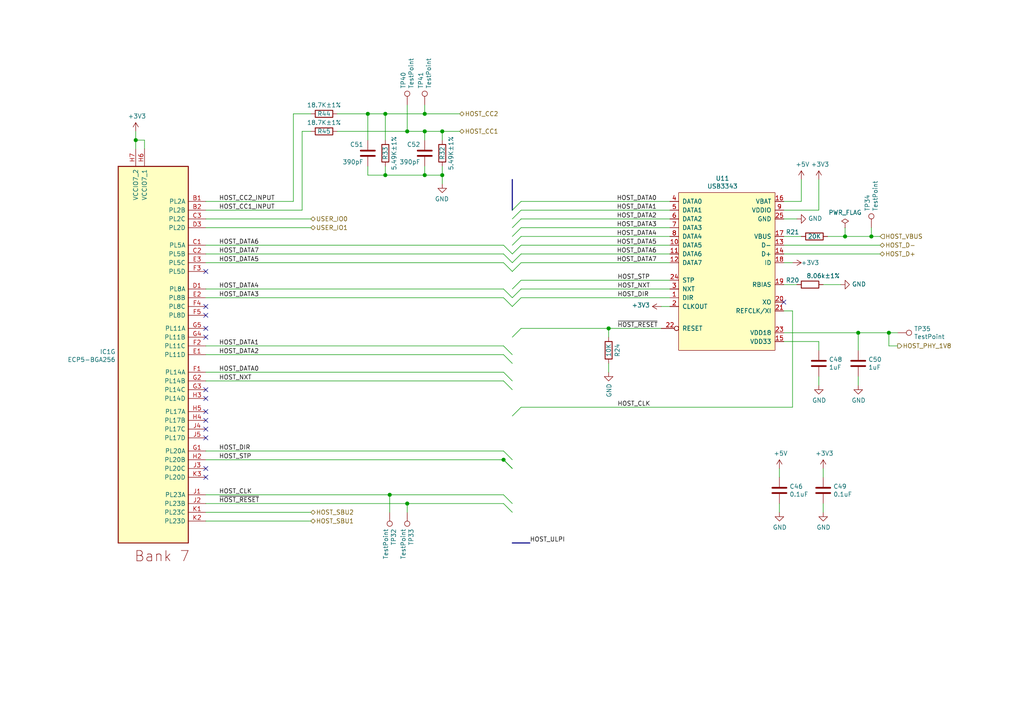
<source format=kicad_sch>
(kicad_sch (version 20210621) (generator eeschema)
  (paper "A4")
  (title_block (title "LUNA: Upstream \"Host\" Section") (date "2021-03-10") (rev "r0") (company "Copyright 2019-2021 Great Scott Gadgets") (comment 1 "Katherine J. Temkin") (comment 3 "Licensed under the CERN-OHL-P v2"))
  (lib_symbols
    (symbol "Connector:TestPoint" (pin_numbers hide) (pin_names (offset 0.762) hide)
      (property "Reference" "TP" (at 0 6.858 0))
      (property "Value" "TestPoint" (at 0 5.08 0))
      (symbol "TestPoint_0_1"
        (circle (center 0 3.302) (radius 0.762))
      )
      (symbol "TestPoint_1_1"
        (pin passive line (at 0 0 90) (length 2.54) (name "1") (number "1"))
      )
    )
    (symbol "Device:C" (pin_numbers hide) (pin_names (offset 0.254))
      (property "Reference" "C" (at 0.635 2.54 0))
      (property "Value" "C" (at 0.635 -2.54 0))
      (symbol "C_0_1"
        (polyline (pts (xy -2.032 -0.762) (xy 2.032 -0.762)) (stroke (width 0.508)))
        (polyline (pts (xy -2.032 0.762) (xy 2.032 0.762)) (stroke (width 0.508)))
      )
      (symbol "C_1_1"
        (pin passive line (at 0 3.81 270) (length 2.794) (name "~") (number "1"))
        (pin passive line (at 0 -3.81 90) (length 2.794) (name "~") (number "2"))
      )
    )
    (symbol "Device:R" (pin_numbers hide) (pin_names (offset 0))
      (property "Reference" "R" (at 2.032 0 90))
      (property "Value" "R" (at 0 0 90))
      (symbol "R_0_1"
        (rectangle (start -1.016 -2.54) (end 1.016 2.54) (stroke (width 0.254)))
      )
      (symbol "R_1_1"
        (pin passive line (at 0 3.81 270) (length 1.27) (name "~") (number "1"))
        (pin passive line (at 0 -3.81 90) (length 1.27) (name "~") (number "2"))
      )
    )
    (symbol "fpgas_and_processors:ECP5-BGA256" (pin_names (offset 0.762))
      (property "Reference" "IC" (at -2.54 1.27 0))
      (property "Value" "ECP5-BGA256" (at 10.16 1.27 0))
      (symbol "ECP5-BGA256_1_0"
        (rectangle (start 5.08 0) (end 33.02 -71.12) (stroke (width 0.3048)) (fill (type background)))
      )
      (symbol "ECP5-BGA256_1_1"
        (text "FPGA Supplies" (at 19.05 -76.2 0) (effects (font (size 2.9972 2.9972))))
        (pin power_in line (at 38.1 -2.54 180) (length 5.08) (name "GND_1") (number "A1"))
        (pin power_in line (at 38.1 -5.08 180) (length 5.08) (name "GND_2") (number "A16"))
        (pin power_in line (at 38.1 -10.16 180) (length 5.08) (name "GND_4") (number "D15"))
        (pin power_in line (at 38.1 -7.62 180) (length 5.08) (name "GND_3") (number "D2"))
        (pin power_in line (at 38.1 -12.7 180) (length 5.08) (name "GND_5") (number "F8"))
        (pin power_in line (at 38.1 -15.24 180) (length 5.08) (name "GND_6") (number "F9"))
        (pin power_in line (at 38.1 -20.32 180) (length 5.08) (name "GND_8") (number "G10"))
        (pin power_in line (at 0 -66.04 0) (length 5.08) (name "VCCAUX_1") (number "G11"))
        (pin power_in line (at 0 -2.54 0) (length 5.08) (name "VCC_1") (number "G6"))
        (pin power_in line (at 0 -5.08 0) (length 5.08) (name "VCC_2") (number "G7"))
        (pin power_in line (at 38.1 -17.78 180) (length 5.08) (name "GND_7") (number "G8"))
        (pin power_in line (at 0 -7.62 0) (length 5.08) (name "VCC_3") (number "G9"))
        (pin power_in line (at 38.1 -22.86 180) (length 5.08) (name "GND_9") (number "H1"))
        (pin power_in line (at 38.1 -30.48 180) (length 5.08) (name "GND_12") (number "H10"))
        (pin power_in line (at 38.1 -33.02 180) (length 5.08) (name "GND_13") (number "H16"))
        (pin power_in line (at 38.1 -25.4 180) (length 5.08) (name "GND_10") (number "H8"))
        (pin power_in line (at 38.1 -27.94 180) (length 5.08) (name "GND_11") (number "H9"))
        (pin power_in line (at 38.1 -40.64 180) (length 5.08) (name "GND_16") (number "J10"))
        (pin power_in line (at 38.1 -35.56 180) (length 5.08) (name "GND_14") (number "J8"))
        (pin power_in line (at 38.1 -38.1 180) (length 5.08) (name "GND_15") (number "J9"))
        (pin power_in line (at 38.1 -53.34 180) (length 5.08) (name "GND_21") (number "K10"))
        (pin power_in line (at 38.1 -43.18 180) (length 5.08) (name "GND_17") (number "K6"))
        (pin power_in line (at 38.1 -45.72 180) (length 5.08) (name "GND_18") (number "K7"))
        (pin power_in line (at 38.1 -48.26 180) (length 5.08) (name "GND_19") (number "K8"))
        (pin power_in line (at 38.1 -50.8 180) (length 5.08) (name "GND_20") (number "K9"))
        (pin power_in line (at 0 -15.24 0) (length 5.08) (name "VCC_6") (number "L10"))
        (pin power_in line (at 0 -68.58 0) (length 5.08) (name "VCCAUX_2") (number "L7"))
        (pin power_in line (at 0 -10.16 0) (length 5.08) (name "VCC_4") (number "L8"))
        (pin power_in line (at 0 -12.7 0) (length 5.08) (name "VCC_5") (number "L9"))
        (pin power_in line (at 38.1 -58.42 180) (length 5.08) (name "GND_23") (number "N15"))
        (pin power_in line (at 38.1 -55.88 180) (length 5.08) (name "GND_22") (number "N2"))
        (pin power_in line (at 38.1 -60.96 180) (length 5.08) (name "GND_24") (number "T1"))
        (pin power_in line (at 38.1 -66.04 180) (length 5.08) (name "GND_26") (number "T12"))
        (pin power_in line (at 38.1 -68.58 180) (length 5.08) (name "GND_27") (number "T16"))
        (pin power_in line (at 38.1 -63.5 180) (length 5.08) (name "GND_25") (number "T5"))
      )
      (symbol "ECP5-BGA256_2_1"
        (text "Bank 0" (at 10.16 -78.74 0) (effects (font (size 2.9972 2.9972))))
        (rectangle (start 0 0) (end 19.05 -74.93) (stroke (width 0.3048)) (fill (type background)))
        (pin bidirectional line (at 24.13 -11.43 180) (length 5.08) (name "PT4A") (number "A2"))
        (pin bidirectional line (at 24.13 -16.51 180) (length 5.08) (name "PT6A") (number "A3"))
        (pin bidirectional line (at 24.13 -19.05 180) (length 5.08) (name "PT6B") (number "A4"))
        (pin bidirectional line (at 24.13 -43.18 180) (length 5.08) (name "PT18A") (number "A5"))
        (pin bidirectional line (at 24.13 -45.72 180) (length 5.08) (name "PT18B") (number "A6"))
        (pin bidirectional line (at 24.13 -68.58 180) (length 5.08) (name "PT29A") (number "A7"))
        (pin bidirectional line (at 24.13 -71.12 180) (length 5.08) (name "PT29B") (number "A8"))
        (pin bidirectional line (at 24.13 -13.97 180) (length 5.08) (name "PT4B") (number "B3"))
        (pin bidirectional line (at 24.13 -29.21 180) (length 5.08) (name "PT11B") (number "B4"))
        (pin bidirectional line (at 24.13 -39.37 180) (length 5.08) (name "PT15B") (number "B5"))
        (pin bidirectional line (at 24.13 -55.88 180) (length 5.08) (name "PT22B") (number "B6"))
        (pin bidirectional line (at 24.13 -66.04 180) (length 5.08) (name "PT27B") (number "B7"))
        (pin bidirectional line (at 24.13 -26.67 180) (length 5.08) (name "PT11A") (number "C4"))
        (pin bidirectional line (at 24.13 -36.83 180) (length 5.08) (name "PT15A") (number "C5"))
        (pin bidirectional line (at 24.13 -53.34 180) (length 5.08) (name "PT22A") (number "C6"))
        (pin bidirectional line (at 24.13 -63.5 180) (length 5.08) (name "PT27A") (number "C7"))
        (pin bidirectional line (at 24.13 -24.13 180) (length 5.08) (name "PT9B") (number "D4"))
        (pin bidirectional line (at 24.13 -34.29 180) (length 5.08) (name "PT13B") (number "D5"))
        (pin bidirectional line (at 24.13 -50.8 180) (length 5.08) (name "PT20B") (number "D6"))
        (pin bidirectional line (at 24.13 -60.96 180) (length 5.08) (name "PT24B") (number "D7"))
        (pin bidirectional line (at 24.13 -21.59 180) (length 5.08) (name "PT9A") (number "E4"))
        (pin bidirectional line (at 24.13 -31.75 180) (length 5.08) (name "PT13A") (number "E5"))
        (pin bidirectional line (at 24.13 -48.26 180) (length 5.08) (name "PT20A") (number "E6"))
        (pin bidirectional line (at 24.13 -58.42 180) (length 5.08) (name "PT24A") (number "E7"))
        (pin power_in line (at 7.62 5.08 270) (length 5.08) (name "VCCIO0_1") (number "F6"))
        (pin power_in line (at 5.08 5.08 270) (length 5.08) (name "VCCIO0_2") (number "F7"))
      )
      (symbol "ECP5-BGA256_3_0"
        (rectangle (start 0 0) (end 21.59 -93.98) (stroke (width 0.3048)) (fill (type background)))
      )
      (symbol "ECP5-BGA256_3_1"
        (text "Bank 1" (at 8.89 -96.52 0) (effects (font (size 2.9972 2.9972))))
        (pin bidirectional line (at 26.67 -34.29 180) (length 5.08) (name "PT42B") (number "A10"))
        (pin bidirectional line (at 26.67 -57.15 180) (length 5.08) (name "PT53A") (number "A11"))
        (pin bidirectional line (at 26.67 -59.69 180) (length 5.08) (name "PT53B") (number "A12"))
        (pin bidirectional line (at 26.67 -82.55 180) (length 5.08) (name "PT65A") (number "A13"))
        (pin bidirectional line (at 26.67 -85.09 180) (length 5.08) (name "PT65B") (number "A14"))
        (pin bidirectional line (at 26.67 -90.17 180) (length 5.08) (name "PT67B") (number "A15"))
        (pin bidirectional line (at 26.67 -31.75 180) (length 5.08) (name "PT42A") (number "A9"))
        (pin bidirectional line (at 26.67 -36.83 180) (length 5.08) (name "PT44A") (number "B10"))
        (pin bidirectional line (at 26.67 -46.99 180) (length 5.08) (name "PT49A") (number "B11"))
        (pin bidirectional line (at 26.67 -62.23 180) (length 5.08) (name "PT56A") (number "B12"))
        (pin bidirectional line (at 26.67 -72.39 180) (length 5.08) (name "PT60A") (number "B13"))
        (pin bidirectional line (at 26.67 -87.63 180) (length 5.08) (name "PT67A") (number "B14"))
        (pin bidirectional line (at 26.67 -19.05 180) (length 5.08) (name "PT35B") (number "B8"))
        (pin bidirectional line (at 26.67 -21.59 180) (length 5.08) (name "PT38A") (number "B9"))
        (pin bidirectional line (at 26.67 -39.37 180) (length 5.08) (name "PT44B") (number "C10"))
        (pin bidirectional line (at 26.67 -49.53 180) (length 5.08) (name "PT49B") (number "C11"))
        (pin bidirectional line (at 26.67 -64.77 180) (length 5.08) (name "PT56B") (number "C12"))
        (pin bidirectional line (at 26.67 -74.93 180) (length 5.08) (name "PT60B") (number "C13"))
        (pin bidirectional line (at 26.67 -16.51 180) (length 5.08) (name "PT35A") (number "C8"))
        (pin bidirectional line (at 26.67 -24.13 180) (length 5.08) (name "PT38B") (number "C9"))
        (pin bidirectional line (at 26.67 -41.91 180) (length 5.08) (name "PT47A") (number "D10"))
        (pin bidirectional line (at 26.67 -52.07 180) (length 5.08) (name "PT51A") (number "D11"))
        (pin bidirectional line (at 26.67 -67.31 180) (length 5.08) (name "PT58A") (number "D12"))
        (pin bidirectional line (at 26.67 -77.47 180) (length 5.08) (name "PT62A") (number "D13"))
        (pin bidirectional line (at 26.67 -13.97 180) (length 5.08) (name "PT33B") (number "D8"))
        (pin bidirectional line (at 26.67 -26.67 180) (length 5.08) (name "PT40A") (number "D9"))
        (pin bidirectional line (at 26.67 -44.45 180) (length 5.08) (name "PT47B") (number "E10"))
        (pin bidirectional line (at 26.67 -54.61 180) (length 5.08) (name "PT51B") (number "E11"))
        (pin bidirectional line (at 26.67 -69.85 180) (length 5.08) (name "PT58B") (number "E12"))
        (pin bidirectional line (at 26.67 -80.01 180) (length 5.08) (name "PT62B") (number "E13"))
        (pin bidirectional line (at 26.67 -11.43 180) (length 5.08) (name "PT33A") (number "E8"))
        (pin bidirectional line (at 26.67 -29.21 180) (length 5.08) (name "PT40B") (number "E9"))
        (pin power_in line (at 6.35 5.08 270) (length 5.08) (name "VCCIO1_1") (number "F10"))
        (pin power_in line (at 3.81 5.08 270) (length 5.08) (name "VCCIO1_2") (number "F11"))
      )
      (symbol "ECP5-BGA256_4_1"
        (text "Bank 2" (at 10.16 -97.79 0) (effects (font (size 2.9972 2.9972))))
        (rectangle (start 0 0) (end 19.05 -93.98) (stroke (width 0.3048)) (fill (type background)))
        (pin bidirectional line (at 24.13 -13.97 180) (length 5.08) (name "PR2B") (number "B15"))
        (pin bidirectional line (at 24.13 -11.43 180) (length 5.08) (name "PR2A") (number "B16"))
        (pin bidirectional line (at 24.13 -16.51 180) (length 5.08) (name "PR2C") (number "C14"))
        (pin bidirectional line (at 24.13 -24.13 180) (length 5.08) (name "PR5B") (number "C15"))
        (pin bidirectional line (at 24.13 -21.59 180) (length 5.08) (name "PR5A") (number "C16"))
        (pin bidirectional line (at 24.13 -19.05 180) (length 5.08) (name "PR2D") (number "D14"))
        (pin bidirectional line (at 24.13 -31.75 180) (length 5.08) (name "PR8A") (number "D16"))
        (pin bidirectional line (at 24.13 -26.67 180) (length 5.08) (name "PR5C") (number "E14"))
        (pin bidirectional line (at 24.13 -34.29 180) (length 5.08) (name "PR8B") (number "E15"))
        (pin bidirectional line (at 24.13 -49.53 180) (length 5.08) (name "PR11D") (number "E16"))
        (pin bidirectional line (at 24.13 -39.37 180) (length 5.08) (name "PR8D") (number "F12"))
        (pin bidirectional line (at 24.13 -36.83 180) (length 5.08) (name "PR8C") (number "F13"))
        (pin bidirectional line (at 24.13 -29.21 180) (length 5.08) (name "PR5D") (number "F14"))
        (pin bidirectional line (at 24.13 -46.99 180) (length 5.08) (name "PR11C") (number "F15"))
        (pin bidirectional line (at 24.13 -52.07 180) (length 5.08) (name "PR14A") (number "F16"))
        (pin bidirectional line (at 24.13 -41.91 180) (length 5.08) (name "PR11A") (number "G12"))
        (pin bidirectional line (at 24.13 -44.45 180) (length 5.08) (name "PR11B") (number "G13"))
        (pin bidirectional line (at 24.13 -57.15 180) (length 5.08) (name "PR14C") (number "G14"))
        (pin bidirectional line (at 24.13 -54.61 180) (length 5.08) (name "PR14B") (number "G15"))
        (pin bidirectional line (at 24.13 -72.39 180) (length 5.08) (name "PR20A") (number "G16"))
        (pin power_in line (at 3.81 5.08 270) (length 5.08) (name "VCCIO2_1") (number "H11"))
        (pin bidirectional line (at 24.13 -62.23 180) (length 5.08) (name "PR17A") (number "H12"))
        (pin bidirectional line (at 24.13 -64.77 180) (length 5.08) (name "PR17B") (number "H13"))
        (pin bidirectional line (at 24.13 -59.69 180) (length 5.08) (name "PR14D") (number "H14"))
        (pin bidirectional line (at 24.13 -74.93 180) (length 5.08) (name "PR20B") (number "H15"))
        (pin power_in line (at 6.35 5.08 270) (length 5.08) (name "VCCIO2_2") (number "J11"))
        (pin bidirectional line (at 24.13 -69.85 180) (length 5.08) (name "PR17D") (number "J12"))
        (pin bidirectional line (at 24.13 -67.31 180) (length 5.08) (name "PR17C") (number "J13"))
        (pin bidirectional line (at 24.13 -77.47 180) (length 5.08) (name "PR20C") (number "J14"))
        (pin bidirectional line (at 24.13 -85.09 180) (length 5.08) (name "PR23B") (number "J15"))
        (pin bidirectional line (at 24.13 -82.55 180) (length 5.08) (name "PR23A") (number "J16"))
        (pin bidirectional line (at 24.13 -80.01 180) (length 5.08) (name "PR20D") (number "K14"))
        (pin bidirectional line (at 24.13 -90.17 180) (length 5.08) (name "PR23D") (number "K15"))
        (pin bidirectional line (at 24.13 -87.63 180) (length 5.08) (name "PR23C") (number "K16"))
      )
      (symbol "ECP5-BGA256_5_0"
        (rectangle (start 0 0) (end 20.32 -91.44) (stroke (width 0.3048)) (fill (type background)))
      )
      (symbol "ECP5-BGA256_5_1"
        (text "Bank 3" (at 15.24 -96.52 0) (effects (font (size 2.9972 2.9972))))
        (pin power_in line (at 3.81 5.08 270) (length 5.08) (name "VCCIO3_1") (number "K11"))
        (pin bidirectional line (at 25.4 -22.86 180) (length 5.08) (name "PR29B") (number "K12"))
        (pin bidirectional line (at 25.4 -20.32 180) (length 5.08) (name "PR29A") (number "K13"))
        (pin power_in line (at 6.35 5.08 270) (length 5.08) (name "VCCIO3_2") (number "L11"))
        (pin bidirectional line (at 25.4 -27.94 180) (length 5.08) (name "PR29D") (number "L12"))
        (pin bidirectional line (at 25.4 -25.4 180) (length 5.08) (name "PR29C") (number "L13"))
        (pin bidirectional line (at 25.4 -35.56 180) (length 5.08) (name "PR32C") (number "L14"))
        (pin bidirectional line (at 25.4 -12.7 180) (length 5.08) (name "PR26B") (number "L15"))
        (pin bidirectional line (at 25.4 -10.16 180) (length 5.08) (name "PR26A") (number "L16"))
        (pin bidirectional line (at 25.4 -81.28 180) (length 5.08) (name "PR47A") (number "M11"))
        (pin bidirectional line (at 25.4 -76.2 180) (length 5.08) (name "PR44C") (number "M12"))
        (pin bidirectional line (at 25.4 -45.72 180) (length 5.08) (name "PR35C") (number "M13"))
        (pin bidirectional line (at 25.4 -38.1 180) (length 5.08) (name "PR32D") (number "M14"))
        (pin bidirectional line (at 25.4 -17.78 180) (length 5.08) (name "PR26D") (number "M15"))
        (pin bidirectional line (at 25.4 -15.24 180) (length 5.08) (name "PR26C") (number "M16"))
        (pin bidirectional line (at 25.4 -83.82 180) (length 5.08) (name "PR47B") (number "N11"))
        (pin bidirectional line (at 25.4 -78.74 180) (length 5.08) (name "PR44D") (number "N12"))
        (pin bidirectional line (at 25.4 -50.8 180) (length 5.08) (name "PR38A") (number "N13"))
        (pin bidirectional line (at 25.4 -48.26 180) (length 5.08) (name "PR35D") (number "N14"))
        (pin bidirectional line (at 25.4 -30.48 180) (length 5.08) (name "PR32A") (number "N16"))
        (pin bidirectional line (at 25.4 -86.36 180) (length 5.08) (name "PR47C") (number "P11"))
        (pin bidirectional line (at 25.4 -88.9 180) (length 5.08) (name "PR47D") (number "P12"))
        (pin bidirectional line (at 25.4 -60.96 180) (length 5.08) (name "PR41A") (number "P13"))
        (pin bidirectional line (at 25.4 -53.34 180) (length 5.08) (name "PR38B") (number "P14"))
        (pin bidirectional line (at 25.4 -33.02 180) (length 5.08) (name "PR32B") (number "P15"))
        (pin bidirectional line (at 25.4 -40.64 180) (length 5.08) (name "PR35A") (number "P16"))
        (pin bidirectional line (at 25.4 -71.12 180) (length 5.08) (name "PR44A") (number "R12"))
        (pin bidirectional line (at 25.4 -66.04 180) (length 5.08) (name "PR41C") (number "R13"))
        (pin bidirectional line (at 25.4 -63.5 180) (length 5.08) (name "PR41B") (number "R14"))
        (pin bidirectional line (at 25.4 -55.88 180) (length 5.08) (name "PR38C") (number "R15"))
        (pin bidirectional line (at 25.4 -43.18 180) (length 5.08) (name "PR35B") (number "R16"))
        (pin bidirectional line (at 25.4 -73.66 180) (length 5.08) (name "PR44B") (number "T13"))
        (pin bidirectional line (at 25.4 -68.58 180) (length 5.08) (name "PR41D") (number "T14"))
        (pin bidirectional line (at 25.4 -58.42 180) (length 5.08) (name "PR38D") (number "T15"))
      )
      (symbol "ECP5-BGA256_6_1"
        (text "Bank 6" (at 11.43 -110.49 0) (effects (font (size 2.9972 2.9972))))
        (rectangle (start 0 0) (end 19.05 -106.68) (stroke (width 0.3048)) (fill (type background)))
        (pin power_in line (at 3.81 5.08 270) (length 5.08) (name "VCCIO6_1") (number "J6"))
        (pin power_in line (at 6.35 5.08 270) (length 5.08) (name "VCCIO6_2") (number "J7"))
        (pin bidirectional line (at 24.13 -25.4 180) (length 5.08) (name "PL29A") (number "K4"))
        (pin bidirectional line (at 24.13 -27.94 180) (length 5.08) (name "PL29B") (number "K5"))
        (pin bidirectional line (at 24.13 -13.97 180) (length 5.08) (name "PL26A") (number "L1"))
        (pin bidirectional line (at 24.13 -16.51 180) (length 5.08) (name "PL26B") (number "L2"))
        (pin bidirectional line (at 24.13 -41.91 180) (length 5.08) (name "PL32C") (number "L3"))
        (pin bidirectional line (at 24.13 -30.48 180) (length 5.08) (name "PL29C") (number "L4"))
        (pin bidirectional line (at 24.13 -33.02 180) (length 5.08) (name "PL29D") (number "L5"))
        (pin bidirectional line (at 24.13 -19.05 180) (length 5.08) (name "PL26C") (number "M1"))
        (pin bidirectional line (at 24.13 -21.59 180) (length 5.08) (name "PL26D") (number "M2"))
        (pin bidirectional line (at 24.13 -44.45 180) (length 5.08) (name "PL32D") (number "M3"))
        (pin bidirectional line (at 24.13 -53.34 180) (length 5.08) (name "PL35C") (number "M4"))
        (pin bidirectional line (at 24.13 -78.74 180) (length 5.08) (name "PL44C") (number "M5"))
        (pin bidirectional line (at 24.13 -96.52 180) (length 5.08) (name "PL47A") (number "M6"))
        (pin bidirectional line (at 24.13 -36.83 180) (length 5.08) (name "PL32A") (number "N1"))
        (pin bidirectional line (at 24.13 -55.88 180) (length 5.08) (name "PL35D") (number "N3"))
        (pin bidirectional line (at 24.13 -60.96 180) (length 5.08) (name "PL38A") (number "N4"))
        (pin bidirectional line (at 24.13 -81.28 180) (length 5.08) (name "PL44D") (number "N5"))
        (pin bidirectional line (at 24.13 -99.06 180) (length 5.08) (name "PL47B") (number "N6"))
        (pin bidirectional line (at 24.13 -48.26 180) (length 5.08) (name "PL35A") (number "P1"))
        (pin bidirectional line (at 24.13 -39.37 180) (length 5.08) (name "PL32B") (number "P2"))
        (pin bidirectional line (at 24.13 -63.5 180) (length 5.08) (name "PL38B") (number "P3"))
        (pin bidirectional line (at 24.13 -85.09 180) (length 5.08) (name "PL41A") (number "P4"))
        (pin bidirectional line (at 24.13 -101.6 180) (length 5.08) (name "PL47D") (number "P5"))
        (pin bidirectional line (at 24.13 -104.14 180) (length 5.08) (name "PL47C") (number "P6"))
        (pin bidirectional line (at 24.13 -50.8 180) (length 5.08) (name "PL35B") (number "R1"))
        (pin bidirectional line (at 24.13 -66.04 180) (length 5.08) (name "PL38C") (number "R2"))
        (pin bidirectional line (at 24.13 -87.63 180) (length 5.08) (name "PL41B") (number "R3"))
        (pin bidirectional line (at 24.13 -90.17 180) (length 5.08) (name "PL41C") (number "R4"))
        (pin bidirectional line (at 24.13 -73.66 180) (length 5.08) (name "PL44A") (number "R5"))
        (pin bidirectional line (at 24.13 -68.58 180) (length 5.08) (name "PL38D") (number "T2"))
        (pin bidirectional line (at 24.13 -92.71 180) (length 5.08) (name "PL41D") (number "T3"))
        (pin bidirectional line (at 24.13 -76.2 180) (length 5.08) (name "PL44B") (number "T4"))
      )
      (symbol "ECP5-BGA256_7_1"
        (text "Bank 7" (at 12.7 -113.03 0) (effects (font (size 2.9972 2.9972))))
        (rectangle (start 0 0) (end 20.32 -109.22) (stroke (width 0.3048)) (fill (type background)))
        (pin bidirectional line (at 25.4 -10.16 180) (length 5.08) (name "PL2A") (number "B1"))
        (pin bidirectional line (at 25.4 -12.7 180) (length 5.08) (name "PL2B") (number "B2"))
        (pin bidirectional line (at 25.4 -22.86 180) (length 5.08) (name "PL5A") (number "C1"))
        (pin bidirectional line (at 25.4 -25.4 180) (length 5.08) (name "PL5B") (number "C2"))
        (pin bidirectional line (at 25.4 -15.24 180) (length 5.08) (name "PL2C") (number "C3"))
        (pin bidirectional line (at 25.4 -35.56 180) (length 5.08) (name "PL8A") (number "D1"))
        (pin bidirectional line (at 25.4 -17.78 180) (length 5.08) (name "PL2D") (number "D3"))
        (pin bidirectional line (at 25.4 -54.61 180) (length 5.08) (name "PL11D") (number "E1"))
        (pin bidirectional line (at 25.4 -38.1 180) (length 5.08) (name "PL8B") (number "E2"))
        (pin bidirectional line (at 25.4 -27.94 180) (length 5.08) (name "PL5C") (number "E3"))
        (pin bidirectional line (at 25.4 -59.69 180) (length 5.08) (name "PL14A") (number "F1"))
        (pin bidirectional line (at 25.4 -52.07 180) (length 5.08) (name "PL11C") (number "F2"))
        (pin bidirectional line (at 25.4 -30.48 180) (length 5.08) (name "PL5D") (number "F3"))
        (pin bidirectional line (at 25.4 -40.64 180) (length 5.08) (name "PL8C") (number "F4"))
        (pin bidirectional line (at 25.4 -43.18 180) (length 5.08) (name "PL8D") (number "F5"))
        (pin bidirectional line (at 25.4 -82.55 180) (length 5.08) (name "PL20A") (number "G1"))
        (pin bidirectional line (at 25.4 -62.23 180) (length 5.08) (name "PL14B") (number "G2"))
        (pin bidirectional line (at 25.4 -64.77 180) (length 5.08) (name "PL14C") (number "G3"))
        (pin bidirectional line (at 25.4 -49.53 180) (length 5.08) (name "PL11B") (number "G4"))
        (pin bidirectional line (at 25.4 -46.99 180) (length 5.08) (name "PL11A") (number "G5"))
        (pin bidirectional line (at 25.4 -85.09 180) (length 5.08) (name "PL20B") (number "H2"))
        (pin bidirectional line (at 25.4 -67.31 180) (length 5.08) (name "PL14D") (number "H3"))
        (pin bidirectional line (at 25.4 -73.66 180) (length 5.08) (name "PL17B") (number "H4"))
        (pin bidirectional line (at 25.4 -71.12 180) (length 5.08) (name "PL17A") (number "H5"))
        (pin power_in line (at 7.62 5.08 270) (length 5.08) (name "VCCIO7_1") (number "H6"))
        (pin power_in line (at 5.08 5.08 270) (length 5.08) (name "VCCIO7_2") (number "H7"))
        (pin bidirectional line (at 25.4 -95.25 180) (length 5.08) (name "PL23A") (number "J1"))
        (pin bidirectional line (at 25.4 -97.79 180) (length 5.08) (name "PL23B") (number "J2"))
        (pin bidirectional line (at 25.4 -87.63 180) (length 5.08) (name "PL20C") (number "J3"))
        (pin bidirectional line (at 25.4 -76.2 180) (length 5.08) (name "PL17C") (number "J4"))
        (pin bidirectional line (at 25.4 -78.74 180) (length 5.08) (name "PL17D") (number "J5"))
        (pin bidirectional line (at 25.4 -100.33 180) (length 5.08) (name "PL23C") (number "K1"))
        (pin bidirectional line (at 25.4 -102.87 180) (length 5.08) (name "PL23D") (number "K2"))
        (pin bidirectional line (at 25.4 -90.17 180) (length 5.08) (name "PL20D") (number "K3"))
      )
      (symbol "ECP5-BGA256_8_0"
        (text "(Config)" (at 13.97 -97.79 0) (effects (font (size 2.9972 2.9972))))
        (text "Bank 8" (at 13.97 -92.71 0) (effects (font (size 2.9972 2.9972))))
      )
      (symbol "ECP5-BGA256_8_1"
        (rectangle (start 0 0) (end 21.59 -88.9) (stroke (width 0.3048)) (fill (type background)))
        (pin power_in line (at 5.08 5.08 270) (length 5.08) (name "VCCIO8") (number "L6"))
        (pin output line (at 26.67 -57.15 180) (length 5.08) (name "TDO") (number "M10"))
        (pin bidirectional line (at 26.67 -24.13 180) (length 5.08) (name "D2/PB9B") (number "M7"))
        (pin bidirectional line (at 26.67 -39.37 180) (length 5.08) (name "DOUT/CSON/PB15B") (number "M8"))
        (pin bidirectional line (at 26.67 -41.91 180) (length 5.08) (name "WRITEEN/PB18A") (number "M9"))
        (pin input line (at 26.67 -68.58 180) (length 5.08) (name "CFG_0") (number "N10"))
        (pin bidirectional line (at 26.67 -21.59 180) (length 5.08) (name "D3/PB9A") (number "N7"))
        (pin bidirectional line (at 26.67 -36.83 180) (length 5.08) (name "HOLDN/DI/PB15A") (number "N8"))
        (pin bidirectional line (at 26.67 -63.5 180) (length 5.08) (name "MCLK/SCLK/CCLK") (number "N9"))
        (pin input line (at 26.67 -71.12 180) (length 5.08) (name "CFG_1") (number "P10"))
        (pin bidirectional line (at 26.67 -19.05 180) (length 5.08) (name "D4/COPI2/PB6B") (number "P7"))
        (pin bidirectional line (at 26.67 -34.29 180) (length 5.08) (name "CS1N/PB13B") (number "P8"))
        (pin bidirectional line (at 26.67 -80.01 180) (length 5.08) (name "DONE") (number "P9"))
        (pin input line (at 26.67 -73.66 180) (length 5.08) (name "CFG_2") (number "R10"))
        (pin input line (at 26.67 -54.61 180) (length 5.08) (name "TDI") (number "R11"))
        (pin bidirectional line (at 26.67 -13.97 180) (length 5.08) (name "D6/PB4B") (number "R6"))
        (pin bidirectional line (at 26.67 -16.51 180) (length 5.08) (name "D5/CIPO2/PB6A") (number "R7"))
        (pin bidirectional line (at 26.67 -31.75 180) (length 5.08) (name "SN/CSN/PB13A") (number "R8"))
        (pin bidirectional line (at 26.67 -85.09 180) (length 5.08) (name "PROGRAMN") (number "R9"))
        (pin input line (at 26.67 -52.07 180) (length 5.08) (name "TCK") (number "T10"))
        (pin input line (at 26.67 -49.53 180) (length 5.08) (name "TMS") (number "T11"))
        (pin bidirectional line (at 26.67 -11.43 180) (length 5.08) (name "D7/PB4A") (number "T6"))
        (pin bidirectional line (at 26.67 -26.67 180) (length 5.08) (name "D1/COPI/PB11A") (number "T7"))
        (pin bidirectional line (at 26.67 -29.21 180) (length 5.08) (name "D0/COPI/PB11B") (number "T8"))
        (pin bidirectional line (at 26.67 -82.55 180) (length 5.08) (name "INITN") (number "T9"))
      )
    )
    (symbol "power:+3V3" (power) (pin_names (offset 0))
      (property "Value" "+3V3" (at 0 3.556 0))
      (symbol "+3V3_0_1"
        (polyline (pts (xy -0.762 1.27) (xy 0 2.54)))
        (polyline (pts (xy 0 0) (xy 0 2.54)))
        (polyline (pts (xy 0 2.54) (xy 0.762 1.27)))
      )
      (symbol "+3V3_1_1"
        (pin power_in line (at 0 0 90) (length 0) hide (name "+3V3") (number "1"))
      )
    )
    (symbol "power:+5V" (power) (pin_names (offset 0))
      (property "Value" "+5V" (at 0 3.556 0))
      (symbol "+5V_0_1"
        (polyline (pts (xy -0.762 1.27) (xy 0 2.54)))
        (polyline (pts (xy 0 0) (xy 0 2.54)))
        (polyline (pts (xy 0 2.54) (xy 0.762 1.27)))
      )
      (symbol "+5V_1_1"
        (pin power_in line (at 0 0 90) (length 0) hide (name "+5V") (number "1"))
      )
    )
    (symbol "power:GND" (power) (pin_names (offset 0))
      (property "Value" "GND" (at 0 -3.81 0))
      (symbol "GND_0_1"
        (polyline (pts (xy 0 0) (xy 0 -1.27) (xy 1.27 -1.27) (xy 0 -2.54) (xy -1.27 -1.27) (xy 0 -1.27)))
      )
      (symbol "GND_1_1"
        (pin power_in line (at 0 0 270) (length 0) hide (name "GND") (number "1"))
      )
    )
    (symbol "power:PWR_FLAG" (power) (pin_numbers hide) (pin_names (offset 0) hide)
      (property "Value" "PWR_FLAG" (at 0 3.81 0))
      (symbol "PWR_FLAG_0_0"
        (pin power_out line (at 0 0 90) (length 0) (name "pwr") (number "1"))
      )
      (symbol "PWR_FLAG_0_1"
        (polyline (pts (xy 0 0) (xy 0 1.27) (xy -1.016 1.905) (xy 0 2.54) (xy 1.016 1.905) (xy 0 1.27)))
      )
    )
    (symbol "usb:USB3343" (pin_names (offset 1.016))
      (property "Reference" "U" (at 3.81 -46.99 0))
      (property "Value" "USB3343" (at 25.4 -46.99 0))
      (symbol "USB3343_0_1"
        (rectangle (start 2.54 0) (end 30.48 -45.72) (fill (type background)))
      )
      (symbol "USB3343_1_1"
        (pin output line (at 0 -30.48 0) (length 2.54) (name "DIR") (number "1"))
        (pin bidirectional line (at 0 -15.24 0) (length 2.54) (name "DATA5") (number "10"))
        (pin bidirectional line (at 0 -17.78 0) (length 2.54) (name "DATA6") (number "11"))
        (pin bidirectional line (at 0 -20.32 0) (length 2.54) (name "DATA7") (number "12"))
        (pin bidirectional line (at 33.02 -15.24 180) (length 2.54) (name "D-") (number "13"))
        (pin bidirectional line (at 33.02 -17.78 180) (length 2.54) (name "D+") (number "14"))
        (pin power_out line (at 33.02 -43.18 180) (length 2.54) (name "VDD33") (number "15"))
        (pin power_in line (at 33.02 -2.54 180) (length 2.54) (name "VBAT") (number "16"))
        (pin bidirectional line (at 33.02 -12.7 180) (length 2.54) (name "VBUS") (number "17"))
        (pin input line (at 33.02 -20.32 180) (length 2.54) (name "ID") (number "18"))
        (pin input line (at 33.02 -26.67 180) (length 2.54) (name "RBIAS") (number "19"))
        (pin passive line (at 0 -33.02 0) (length 2.54) (name "CLKOUT") (number "2"))
        (pin output line (at 33.02 -31.75 180) (length 2.54) (name "XO") (number "20"))
        (pin input line (at 33.02 -34.29 180) (length 2.54) (name "REFCLK/XI") (number "21"))
        (pin input inverted (at -2.54 -39.37 0) (length 5.08) (name "RESET") (number "22"))
        (pin power_out line (at 33.02 -40.64 180) (length 2.54) (name "VDD18") (number "23"))
        (pin input line (at 0 -25.4 0) (length 2.54) (name "STP") (number "24"))
        (pin power_in line (at 33.02 -7.62 180) (length 2.54) (name "GND") (number "25"))
        (pin output line (at 0 -27.94 0) (length 2.54) (name "NXT") (number "3"))
        (pin bidirectional line (at 0 -2.54 0) (length 2.54) (name "DATA0") (number "4"))
        (pin bidirectional line (at 0 -5.08 0) (length 2.54) (name "DATA1") (number "5"))
        (pin bidirectional line (at 0 -7.62 0) (length 2.54) (name "DATA2") (number "6"))
        (pin bidirectional line (at 0 -10.16 0) (length 2.54) (name "DATA3") (number "7"))
        (pin bidirectional line (at 0 -12.7 0) (length 2.54) (name "DATA4") (number "8"))
        (pin power_in line (at 33.02 -5.08 180) (length 2.54) (name "VDDIO") (number "9"))
      )
    )
  )
  (junction (at 39.37 40.64) (diameter 1.016))
  (junction (at 106.68 33.02) (diameter 1.016))
  (junction (at 111.76 33.02) (diameter 1.016))
  (junction (at 111.76 50.8) (diameter 1.016))
  (junction (at 113.03 143.51) (diameter 1.016))
  (junction (at 118.11 38.1) (diameter 1.016))
  (junction (at 118.11 146.05) (diameter 1.016))
  (junction (at 123.19 33.02) (diameter 1.016))
  (junction (at 123.19 38.1) (diameter 1.016))
  (junction (at 123.19 50.8) (diameter 1.016))
  (junction (at 128.27 38.1) (diameter 1.016))
  (junction (at 128.27 50.8) (diameter 1.016))
  (junction (at 146.05 133.35) (diameter 1.016))
  (junction (at 176.53 95.25) (diameter 1.016))
  (junction (at 245.11 68.58) (diameter 1.016))
  (junction (at 248.92 96.52) (diameter 1.016))
  (junction (at 252.73 68.58) (diameter 1.016))
  (junction (at 257.81 96.52) (diameter 1.016))
  (no_connect (at 59.69 78.74))
  (no_connect (at 59.69 88.9))
  (no_connect (at 59.69 91.44))
  (no_connect (at 59.69 95.25))
  (no_connect (at 59.69 97.79))
  (no_connect (at 59.69 113.03))
  (no_connect (at 59.69 115.57))
  (no_connect (at 59.69 119.38))
  (no_connect (at 59.69 121.92))
  (no_connect (at 59.69 124.46))
  (no_connect (at 59.69 127))
  (no_connect (at 59.69 135.89))
  (no_connect (at 59.69 138.43))
  (no_connect (at 227.33 87.63))
  (bus_entry (at 146.05 71.12) (size 2.54 2.54))
  (bus_entry (at 146.05 73.66) (size 2.54 2.54))
  (bus_entry (at 146.05 76.2) (size 2.54 2.54))
  (bus_entry (at 146.05 83.82) (size 2.54 2.54))
  (bus_entry (at 146.05 86.36) (size 2.54 2.54))
  (bus_entry (at 146.05 100.33) (size 2.54 2.54))
  (bus_entry (at 146.05 102.87) (size 2.54 2.54))
  (bus_entry (at 146.05 107.95) (size 2.54 2.54))
  (bus_entry (at 146.05 110.49) (size 2.54 2.54))
  (bus_entry (at 146.05 130.81) (size 2.54 2.54))
  (bus_entry (at 146.05 133.35) (size 2.54 2.54))
  (bus_entry (at 146.05 133.35) (size 2.54 2.54))
  (bus_entry (at 146.05 143.51) (size 2.54 2.54))
  (bus_entry (at 146.05 146.05) (size 2.54 2.54))
  (bus_entry (at 148.59 63.5) (size 2.54 -2.54))
  (bus_entry (at 148.59 66.04) (size 2.54 -2.54))
  (bus_entry (at 148.59 68.58) (size 2.54 -2.54))
  (bus_entry (at 148.59 71.12) (size 2.54 -2.54))
  (bus_entry (at 148.59 73.66) (size 2.54 -2.54))
  (bus_entry (at 148.59 76.2) (size 2.54 -2.54))
  (bus_entry (at 148.59 78.74) (size 2.54 -2.54))
  (bus_entry (at 148.59 83.82) (size 2.54 -2.54))
  (bus_entry (at 148.59 86.36) (size 2.54 -2.54))
  (bus_entry (at 148.59 88.9) (size 2.54 -2.54))
  (bus_entry (at 148.59 120.65) (size 2.54 -2.54))
  (bus_entry (at 151.13 58.42) (size -2.54 2.54))
  (bus_entry (at 151.13 95.25) (size -2.54 2.54))
  (wire (pts (xy 39.37 40.64) (xy 39.37 38.1)))
  (wire (pts (xy 39.37 40.64) (xy 41.91 40.64)))
  (wire (pts (xy 39.37 43.18) (xy 39.37 40.64)))
  (wire (pts (xy 41.91 40.64) (xy 41.91 43.18)))
  (wire (pts (xy 59.69 58.42) (xy 85.09 58.42)))
  (wire (pts (xy 59.69 60.96) (xy 87.63 60.96)))
  (wire (pts (xy 59.69 66.04) (xy 90.17 66.04)))
  (wire (pts (xy 59.69 71.12) (xy 146.05 71.12)))
  (wire (pts (xy 59.69 83.82) (xy 146.05 83.82)))
  (wire (pts (xy 59.69 100.33) (xy 146.05 100.33)))
  (wire (pts (xy 59.69 102.87) (xy 146.05 102.87)))
  (wire (pts (xy 59.69 107.95) (xy 146.05 107.95)))
  (wire (pts (xy 59.69 110.49) (xy 146.05 110.49)))
  (wire (pts (xy 59.69 130.81) (xy 146.05 130.81)))
  (wire (pts (xy 59.69 133.35) (xy 146.05 133.35)))
  (wire (pts (xy 59.69 143.51) (xy 113.03 143.51)))
  (wire (pts (xy 59.69 146.05) (xy 118.11 146.05)))
  (wire (pts (xy 59.69 151.13) (xy 90.17 151.13)))
  (wire (pts (xy 85.09 58.42) (xy 85.09 33.02)))
  (wire (pts (xy 87.63 38.1) (xy 90.17 38.1)))
  (wire (pts (xy 87.63 60.96) (xy 87.63 38.1)))
  (wire (pts (xy 90.17 33.02) (xy 85.09 33.02)))
  (wire (pts (xy 90.17 63.5) (xy 59.69 63.5)))
  (wire (pts (xy 90.17 148.59) (xy 59.69 148.59)))
  (wire (pts (xy 97.79 38.1) (xy 118.11 38.1)))
  (wire (pts (xy 106.68 33.02) (xy 97.79 33.02)))
  (wire (pts (xy 106.68 33.02) (xy 111.76 33.02)))
  (wire (pts (xy 106.68 40.64) (xy 106.68 33.02)))
  (wire (pts (xy 106.68 48.26) (xy 106.68 50.8)))
  (wire (pts (xy 106.68 50.8) (xy 111.76 50.8)))
  (wire (pts (xy 111.76 40.64) (xy 111.76 33.02)))
  (wire (pts (xy 111.76 50.8) (xy 111.76 48.26)))
  (wire (pts (xy 113.03 143.51) (xy 113.03 148.59)))
  (wire (pts (xy 113.03 143.51) (xy 146.05 143.51)))
  (wire (pts (xy 118.11 30.48) (xy 118.11 38.1)))
  (wire (pts (xy 118.11 38.1) (xy 123.19 38.1)))
  (wire (pts (xy 118.11 146.05) (xy 118.11 148.59)))
  (wire (pts (xy 118.11 146.05) (xy 146.05 146.05)))
  (wire (pts (xy 123.19 30.48) (xy 123.19 33.02)))
  (wire (pts (xy 123.19 33.02) (xy 111.76 33.02)))
  (wire (pts (xy 123.19 40.64) (xy 123.19 38.1)))
  (wire (pts (xy 123.19 48.26) (xy 123.19 50.8)))
  (wire (pts (xy 123.19 50.8) (xy 111.76 50.8)))
  (wire (pts (xy 128.27 38.1) (xy 123.19 38.1)))
  (wire (pts (xy 128.27 38.1) (xy 133.35 38.1)))
  (wire (pts (xy 128.27 40.64) (xy 128.27 38.1)))
  (wire (pts (xy 128.27 48.26) (xy 128.27 50.8)))
  (wire (pts (xy 128.27 50.8) (xy 123.19 50.8)))
  (wire (pts (xy 128.27 50.8) (xy 128.27 53.34)))
  (wire (pts (xy 133.35 33.02) (xy 123.19 33.02)))
  (wire (pts (xy 146.05 73.66) (xy 59.69 73.66)))
  (wire (pts (xy 146.05 76.2) (xy 59.69 76.2)))
  (wire (pts (xy 146.05 86.36) (xy 59.69 86.36)))
  (wire (pts (xy 151.13 83.82) (xy 194.31 83.82)))
  (wire (pts (xy 151.13 118.11) (xy 229.87 118.11)))
  (wire (pts (xy 176.53 95.25) (xy 151.13 95.25)))
  (wire (pts (xy 176.53 97.79) (xy 176.53 95.25)))
  (wire (pts (xy 176.53 107.95) (xy 176.53 105.41)))
  (wire (pts (xy 191.77 95.25) (xy 176.53 95.25)))
  (wire (pts (xy 194.31 58.42) (xy 151.13 58.42)))
  (wire (pts (xy 194.31 60.96) (xy 151.13 60.96)))
  (wire (pts (xy 194.31 63.5) (xy 151.13 63.5)))
  (wire (pts (xy 194.31 66.04) (xy 151.13 66.04)))
  (wire (pts (xy 194.31 68.58) (xy 151.13 68.58)))
  (wire (pts (xy 194.31 71.12) (xy 151.13 71.12)))
  (wire (pts (xy 194.31 73.66) (xy 151.13 73.66)))
  (wire (pts (xy 194.31 76.2) (xy 151.13 76.2)))
  (wire (pts (xy 194.31 81.28) (xy 151.13 81.28)))
  (wire (pts (xy 194.31 86.36) (xy 151.13 86.36)))
  (wire (pts (xy 194.31 88.9) (xy 191.77 88.9)))
  (wire (pts (xy 226.06 135.89) (xy 226.06 138.43)))
  (wire (pts (xy 226.06 146.05) (xy 226.06 148.59)))
  (wire (pts (xy 227.33 58.42) (xy 232.41 58.42)))
  (wire (pts (xy 227.33 63.5) (xy 231.14 63.5)))
  (wire (pts (xy 227.33 71.12) (xy 255.27 71.12)))
  (wire (pts (xy 227.33 73.66) (xy 255.27 73.66)))
  (wire (pts (xy 227.33 76.2) (xy 229.87 76.2)))
  (wire (pts (xy 227.33 90.17) (xy 229.87 90.17)))
  (wire (pts (xy 227.33 96.52) (xy 248.92 96.52)))
  (wire (pts (xy 227.33 99.06) (xy 237.49 99.06)))
  (wire (pts (xy 229.87 118.11) (xy 229.87 90.17)))
  (wire (pts (xy 231.14 82.55) (xy 227.33 82.55)))
  (wire (pts (xy 232.41 58.42) (xy 232.41 52.07)))
  (wire (pts (xy 232.41 68.58) (xy 227.33 68.58)))
  (wire (pts (xy 237.49 52.07) (xy 237.49 60.96)))
  (wire (pts (xy 237.49 60.96) (xy 227.33 60.96)))
  (wire (pts (xy 237.49 99.06) (xy 237.49 101.6)))
  (wire (pts (xy 237.49 111.76) (xy 237.49 109.22)))
  (wire (pts (xy 238.76 135.89) (xy 238.76 138.43)))
  (wire (pts (xy 238.76 146.05) (xy 238.76 148.59)))
  (wire (pts (xy 240.03 68.58) (xy 245.11 68.58)))
  (wire (pts (xy 243.84 82.55) (xy 238.76 82.55)))
  (wire (pts (xy 245.11 66.04) (xy 245.11 68.58)))
  (wire (pts (xy 245.11 68.58) (xy 252.73 68.58)))
  (wire (pts (xy 248.92 96.52) (xy 257.81 96.52)))
  (wire (pts (xy 248.92 101.6) (xy 248.92 96.52)))
  (wire (pts (xy 248.92 111.76) (xy 248.92 109.22)))
  (wire (pts (xy 252.73 66.04) (xy 252.73 68.58)))
  (wire (pts (xy 252.73 68.58) (xy 255.27 68.58)))
  (wire (pts (xy 257.81 96.52) (xy 260.35 96.52)))
  (wire (pts (xy 257.81 100.33) (xy 257.81 96.52)))
  (wire (pts (xy 260.35 100.33) (xy 257.81 100.33)))
  (bus (pts (xy 148.59 52.07) (xy 148.59 157.48)))
  (bus (pts (xy 148.59 157.48) (xy 153.67 157.48)))
  (label "HOST_CC2_INPUT" (at 63.5 58.42 0))
  (label "HOST_CC1_INPUT" (at 63.5 60.96 0))
  (label "HOST_DATA6" (at 63.5 71.12 0))
  (label "HOST_DATA7" (at 63.5 73.66 0))
  (label "HOST_DATA5" (at 63.5 76.2 0))
  (label "HOST_DATA4" (at 63.5 83.82 0))
  (label "HOST_DATA3" (at 63.5 86.36 0))
  (label "HOST_DATA1" (at 63.5 100.33 0))
  (label "HOST_DATA2" (at 63.5 102.87 0))
  (label "HOST_DATA0" (at 63.5 107.95 0))
  (label "HOST_NXT" (at 63.5 110.49 0))
  (label "HOST_DIR" (at 63.5 130.81 0))
  (label "HOST_STP" (at 63.5 133.35 0))
  (label "HOST_CLK" (at 63.5 143.51 0))
  (label "~{HOST_RESET}" (at 63.5 146.05 0))
  (label "HOST_ULPI" (at 153.67 157.48 0))
  (label "HOST_STP" (at 179.07 81.28 0))
  (label "HOST_NXT" (at 179.07 83.82 0))
  (label "HOST_DIR" (at 179.07 86.36 0))
  (label "~{HOST_RESET}" (at 179.07 95.25 0))
  (label "HOST_CLK" (at 179.07 118.11 0))
  (label "HOST_DATA0" (at 190.5 58.42 180))
  (label "HOST_DATA1" (at 190.5 60.96 180))
  (label "HOST_DATA2" (at 190.5 63.5 180))
  (label "HOST_DATA3" (at 190.5 66.04 180))
  (label "HOST_DATA4" (at 190.5 68.58 180))
  (label "HOST_DATA5" (at 190.5 71.12 180))
  (label "HOST_DATA6" (at 190.5 73.66 180))
  (label "HOST_DATA7" (at 190.5 76.2 180))
  (hierarchical_label "USER_IO0" (shape bidirectional) (at 90.17 63.5 0))
  (hierarchical_label "USER_IO1" (shape bidirectional) (at 90.17 66.04 0))
  (hierarchical_label "HOST_SBU2" (shape bidirectional) (at 90.17 148.59 0))
  (hierarchical_label "HOST_SBU1" (shape bidirectional) (at 90.17 151.13 0))
  (hierarchical_label "HOST_CC2" (shape bidirectional) (at 133.35 33.02 0))
  (hierarchical_label "HOST_CC1" (shape bidirectional) (at 133.35 38.1 0))
  (hierarchical_label "HOST_VBUS" (shape input) (at 255.27 68.58 0))
  (hierarchical_label "HOST_D-" (shape bidirectional) (at 255.27 71.12 0))
  (hierarchical_label "HOST_D+" (shape bidirectional) (at 255.27 73.66 0))
  (hierarchical_label "HOST_PHY_1V8" (shape output) (at 260.35 100.33 0))
  (symbol (lib_id "power:+3V3") (at 39.37 38.1 0) (unit 1)
    (property "Reference" "#PWR087" (effects hide))
    (property "Value" "+3V3" (at 39.7256 33.7058 0))
  )
  (symbol (lib_id "power:+3V3") (at 191.77 88.9 90) (unit 1)
    (property "Reference" "#PWR088" (effects hide))
    (property "Value" "+3V3" (at 188.5188 88.519 90) (effects (justify left)))
  )
  (symbol (lib_id "power:+5V") (at 226.06 135.89 0)
    (property "Reference" "#PWR089" (effects hide))
    (property "Value" "+5V" (at 226.4156 131.4958 0))
  )
  (symbol (lib_id "power:+3V3") (at 229.87 76.2 270)
    (property "Reference" "#PWR0128" (effects hide))
    (property "Value" "+3V3" (at 234.95 76.2 90))
  )
  (symbol (lib_id "power:+5V") (at 232.41 52.07 0)
    (property "Reference" "#PWR092" (effects hide))
    (property "Value" "+5V" (at 232.7656 47.6758 0))
  )
  (symbol (lib_id "power:+3V3") (at 237.49 52.07 0)
    (property "Reference" "#PWR093" (effects hide))
    (property "Value" "+3V3" (at 237.8456 47.6758 0))
  )
  (symbol (lib_id "power:+3V3") (at 238.76 135.89 0)
    (property "Reference" "#PWR095" (effects hide))
    (property "Value" "+3V3" (at 239.1156 131.4958 0))
  )
  (symbol (lib_id "power:PWR_FLAG") (at 245.11 66.04 0)
    (property "Reference" "#FLG0106" (effects hide))
    (property "Value" "PWR_FLAG" (at 245.11 61.6458 0))
  )
  (symbol (lib_id "Connector:TestPoint") (at 113.03 148.59 180)
    (property "Reference" "TP32" (at 114.173 153.3398 90) (effects (justify left)))
    (property "Value" "TestPoint" (at 111.887 153.3398 90) (effects (justify left)))
    (property "Footprint" "TestPoint:TestPoint_Pad_D1.0mm" (effects hide))
    (property "Note" "DNP" (effects hide))
  )
  (symbol (lib_id "Connector:TestPoint") (at 118.11 30.48 0)
    (property "Reference" "TP40" (at 116.967 25.7302 90) (effects (justify left)))
    (property "Value" "TestPoint" (at 119.253 25.7302 90) (effects (justify left)))
    (property "Footprint" "TestPoint:TestPoint_Pad_D1.0mm" (effects hide))
    (property "Note" "DNP" (effects hide))
  )
  (symbol (lib_id "Connector:TestPoint") (at 118.11 148.59 180)
    (property "Reference" "TP33" (at 119.253 153.3398 90) (effects (justify left)))
    (property "Value" "TestPoint" (at 116.967 153.3398 90) (effects (justify left)))
    (property "Footprint" "TestPoint:TestPoint_Pad_D1.0mm" (effects hide))
    (property "Note" "DNP" (effects hide))
  )
  (symbol (lib_id "Connector:TestPoint") (at 123.19 30.48 0)
    (property "Reference" "TP41" (at 122.047 25.7302 90) (effects (justify left)))
    (property "Value" "TestPoint" (at 124.333 25.7302 90) (effects (justify left)))
    (property "Footprint" "TestPoint:TestPoint_Pad_D1.0mm" (effects hide))
    (property "Note" "DNP" (effects hide))
  )
  (symbol (lib_id "Connector:TestPoint") (at 252.73 66.04 0)
    (property "Reference" "TP34" (at 251.587 61.2902 90) (effects (justify left)))
    (property "Value" "TestPoint" (at 253.873 61.2902 90) (effects (justify left)))
    (property "Footprint" "TestPoint:TestPoint_Pad_D1.0mm" (effects hide))
    (property "Note" "DNP" (effects hide))
  )
  (symbol (lib_id "Connector:TestPoint") (at 260.35 96.52 270)
    (property "Reference" "TP35" (at 265.0998 95.377 90) (effects (justify left)))
    (property "Value" "TestPoint" (at 265.0998 97.663 90) (effects (justify left)))
    (property "Footprint" "TestPoint:TestPoint_Pad_D1.0mm" (effects hide))
    (property "Note" "DNP" (effects hide))
  )
  (symbol (lib_id "power:GND") (at 128.27 53.34 0) (mirror y)
    (property "Reference" "#PWR06" (effects hide))
    (property "Value" "GND" (at 128.1684 57.7088 0))
  )
  (symbol (lib_id "power:GND") (at 176.53 107.95 0)
    (property "Reference" "#PWR0109" (effects hide))
    (property "Value" "GND" (at 176.657 111.2012 90) (effects (justify right)))
  )
  (symbol (lib_id "power:GND") (at 226.06 148.59 0)
    (property "Reference" "#PWR090" (effects hide))
    (property "Value" "GND" (at 226.1616 152.9588 0))
  )
  (symbol (lib_id "power:GND") (at 231.14 63.5 90)
    (property "Reference" "#PWR091" (effects hide))
    (property "Value" "GND" (at 234.3912 63.373 90) (effects (justify right)))
  )
  (symbol (lib_id "power:GND") (at 237.49 111.76 0)
    (property "Reference" "#PWR094" (effects hide))
    (property "Value" "GND" (at 237.5916 116.1288 0))
  )
  (symbol (lib_id "power:GND") (at 238.76 148.59 0)
    (property "Reference" "#PWR096" (effects hide))
    (property "Value" "GND" (at 238.8616 152.9588 0))
  )
  (symbol (lib_id "power:GND") (at 243.84 82.55 90)
    (property "Reference" "#PWR097" (effects hide))
    (property "Value" "GND" (at 247.0912 82.423 90) (effects (justify right)))
  )
  (symbol (lib_id "power:GND") (at 248.92 111.76 0)
    (property "Reference" "#PWR098" (effects hide))
    (property "Value" "GND" (at 249.0216 116.1288 0))
  )
  (symbol (lib_id "Device:R") (at 93.98 33.02 90) (mirror x)
    (property "Reference" "R44" (at 93.98 33.02 90))
    (property "Value" "18.7K±1%" (at 93.98 30.48 90))
    (property "Footprint" "Resistor_SMD:R_0402_1005Metric" (effects hide))
    (property "Part Number" "ERJ-2RKF1872X" (effects hide))
    (property "Substitution" "any equivalent" (effects hide))
    (property "Description" "RES SMD 18.7K OHM 1% 1/10W 0402" (effects hide))
    (property "Manufacturer" "Panasonic" (effects hide))
  )
  (symbol (lib_id "Device:R") (at 93.98 38.1 90) (mirror x)
    (property "Reference" "R45" (at 93.98 38.1 90))
    (property "Value" "18.7K±1%" (at 93.98 35.56 90))
    (property "Footprint" "Resistor_SMD:R_0402_1005Metric" (effects hide))
    (property "Part Number" "ERJ-2RKF1872X" (effects hide))
    (property "Substitution" "any equivalent" (effects hide))
    (property "Description" "RES SMD 18.7K OHM 1% 1/10W 0402" (effects hide))
    (property "Manufacturer" "Panasonic" (effects hide))
  )
  (symbol (lib_id "Device:R") (at 111.76 44.45 180)
    (property "Reference" "R33" (at 111.76 44.45 90))
    (property "Value" "5.49K±1%" (at 114.3 44.45 90))
    (property "Footprint" "Resistor_SMD:R_0402_1005Metric" (effects hide))
    (property "Part Number" "ERJ-2RKF5491X" (effects hide))
    (property "Substitution" "any equivalent" (effects hide))
    (property "Description" "RES SMD 5.49K OHM 1% 1/10W 0402" (effects hide))
    (property "Manufacturer" "Panasonic" (effects hide))
  )
  (symbol (lib_id "Device:R") (at 128.27 44.45 180)
    (property "Reference" "R32" (at 128.27 44.45 90))
    (property "Value" "5.49K±1%" (at 130.81 44.45 90))
    (property "Footprint" "Resistor_SMD:R_0402_1005Metric" (effects hide))
    (property "Part Number" "ERJ-2RKF5491X" (effects hide))
    (property "Substitution" "any equivalent" (effects hide))
    (property "Description" "RES SMD 5.49K OHM 1% 1/10W 0402" (effects hide))
    (property "Manufacturer" "Panasonic" (effects hide))
  )
  (symbol (lib_id "Device:R") (at 176.53 101.6 0) (unit 1)
    (property "Reference" "R24" (at 179.07 101.6 90))
    (property "Value" "10K" (at 176.53 101.6 90))
    (property "Footprint" "Resistor_SMD:R_0402_1005Metric" (effects hide))
    (property "Part Number" "GENERIC-RES-0402-10K" (effects hide))
    (property "Substitution" "any equivalent" (effects hide))
  )
  (symbol (lib_id "Device:R") (at 234.95 82.55 270)
    (property "Reference" "R20" (at 229.87 81.28 90))
    (property "Value" "8.06k±1%" (at 238.76 80.01 90))
    (property "Footprint" "Resistor_SMD:R_0402_1005Metric" (effects hide))
    (property "Description" "RES SMD 8.06K OHM 1% 1/10W 0402" (effects hide))
    (property "Manufacturer" "Panasonic" (effects hide))
    (property "Part Number" "ERJ-2RKF8061X" (effects hide))
    (property "Substitution" "any equivalent" (effects hide))
  )
  (symbol (lib_id "Device:R") (at 236.22 68.58 270)
    (property "Reference" "R21" (at 229.87 67.31 90))
    (property "Value" "20K" (at 236.22 68.58 90))
    (property "Footprint" "Resistor_SMD:R_0402_1005Metric" (effects hide))
    (property "Description" "RES SMD 20K OHM 5% 1/16W 0402" (effects hide))
    (property "Manufacturer" "Yageo" (effects hide))
    (property "Part Number" "RC0402JR-0720KL" (effects hide))
    (property "Substitution" "any equivalent" (effects hide))
  )
  (symbol (lib_id "Device:C") (at 106.68 44.45 0) (mirror y)
    (property "Reference" "C51" (at 105.41 41.91 0) (effects (justify left)))
    (property "Value" "390pF" (at 105.41 46.99 0) (effects (justify left)))
    (property "Footprint" "Capacitor_SMD:C_0402_1005Metric" (effects hide))
    (property "Part Number" "GENERIC-CAP-0402-390pF" (effects hide))
    (property "Substitution" "any equivalent" (effects hide))
  )
  (symbol (lib_id "Device:C") (at 123.19 44.45 0) (mirror y)
    (property "Reference" "C52" (at 121.92 41.91 0) (effects (justify left)))
    (property "Value" "390pF" (at 121.92 46.99 0) (effects (justify left)))
    (property "Footprint" "Capacitor_SMD:C_0402_1005Metric" (effects hide))
    (property "Part Number" "GENERIC-CAP-0402-390pF" (effects hide))
    (property "Substitution" "any equivalent" (effects hide))
  )
  (symbol (lib_id "Device:C") (at 226.06 142.24 0)
    (property "Reference" "C46" (at 228.981 141.097 0) (effects (justify left)))
    (property "Value" "0.1uF" (at 228.981 143.383 0) (effects (justify left)))
    (property "Footprint" "Capacitor_SMD:C_0402_1005Metric" (effects hide))
    (property "Part Number" "GENERIC-CAP-0402-0.1uF" (effects hide))
    (property "Substitution" "any equivalent" (effects hide))
  )
  (symbol (lib_id "Device:C") (at 237.49 105.41 0)
    (property "Reference" "C48" (at 240.411 104.267 0) (effects (justify left)))
    (property "Value" "1uF" (at 240.411 106.553 0) (effects (justify left)))
    (property "Footprint" "Capacitor_SMD:C_0603_1608Metric" (effects hide))
    (property "Part Number" "GENERIC-CAP-0603-1uF" (effects hide))
    (property "Substitution" "any equivalent" (effects hide))
  )
  (symbol (lib_id "Device:C") (at 238.76 142.24 0)
    (property "Reference" "C49" (at 241.681 141.097 0) (effects (justify left)))
    (property "Value" "0.1uF" (at 241.681 143.383 0) (effects (justify left)))
    (property "Footprint" "Capacitor_SMD:C_0402_1005Metric" (effects hide))
    (property "Part Number" "GENERIC-CAP-0402-0.1uF" (effects hide))
    (property "Substitution" "any equivalent" (effects hide))
  )
  (symbol (lib_id "Device:C") (at 248.92 105.41 0)
    (property "Reference" "C50" (at 251.841 104.267 0) (effects (justify left)))
    (property "Value" "1uF" (at 251.841 106.553 0) (effects (justify left)))
    (property "Footprint" "Capacitor_SMD:C_0603_1608Metric" (effects hide))
    (property "Part Number" "GENERIC-CAP-0603-1uF" (effects hide))
    (property "Substitution" "any equivalent" (effects hide))
  )
  (symbol (lib_id "usb:USB3343") (at 194.31 55.88 0)
    (property "Reference" "U11" (at 209.55 51.7398 0))
    (property "Value" "USB3343" (at 209.55 54.0258 0))
    (property "Footprint" "Package_DFN_QFN:VQFN-24-1EP_4x4mm_P0.5mm_EP2.45x2.45mm" (effects hide))
    (property "Datasheet" "http://ww1.microchip.com/downloads/en/DeviceDoc/334x.pdf" (effects hide))
    (property "Description" "IC TRANSCEIVER 1/1 24QFN" (effects hide))
    (property "Manufacturer" "Microchip" (effects hide))
    (property "Part Number" "USB3343-CP" (effects hide))
  )
  (symbol (lib_id "fpgas_and_processors:ECP5-BGA256") (at 34.29 48.26 0) (unit 7)
    (property "Reference" "IC1" (at 33.528 102.0318 0) (effects (justify right)))
    (property "Value" "ECP5-BGA256" (at 33.528 104.3178 0) (effects (justify right)))
    (property "Footprint" "luna:lattice_cabga256" (effects hide))
    (property "Description" "FPGA - Field Programmable Gate Array ECP5; 12k LUTs; 1.1V" (effects hide))
    (property "Manufacturer" "Lattice" (effects hide))
    (property "Part Number" "LFE5U-12F-6BG256C" (effects hide))
    (property "Substitution" "LFE5U-12F-*BG256*" (effects hide))
  )
)
</source>
